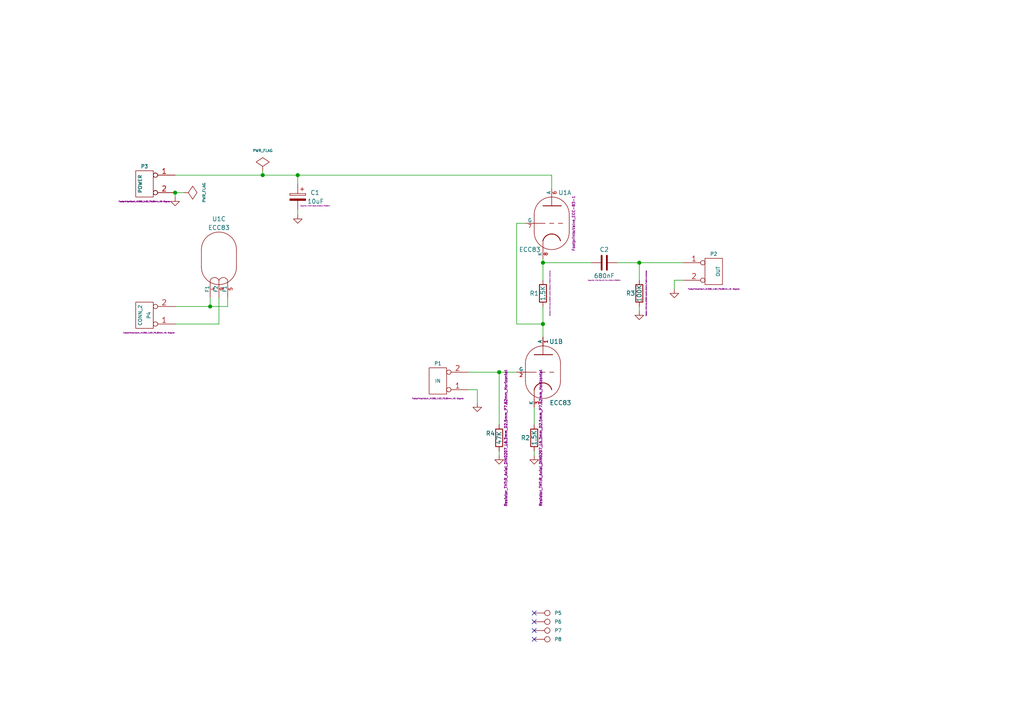
<source format=kicad_sch>
(kicad_sch (version 20231120) (generator "eeschema") (generator_version "8.0")
  (paper "A4")
  (title_block (title "ECC Push-Pull") (date "Sat 21 Mar 2015") (rev "0.1"))
  (lib_symbols
    (symbol "ecc83_schlib:C" (pin_numbers hide) (pin_names (offset 0.254))
      (property "Reference" "C" (at 0.635 2.54 0))
      (property "Value" "C" (at 0.635 -2.54 0))
      (symbol "C_0_1"
        (polyline (pts (xy -2.032 -0.762) (xy 2.032 -0.762)) (stroke (width 0.508)))
        (polyline (pts (xy -2.032 0.762) (xy 2.032 0.762)) (stroke (width 0.508)))
      )
      (symbol "C_1_1"
        (pin passive line (at 0 3.81 270) (length 2.794) (name "~") (number "1"))
        (pin passive line (at 0 -3.81 90) (length 2.794) (name "~") (number "2"))
      )
    )
    (symbol "ecc83_schlib:CONN_1" (pin_numbers hide) (pin_names (offset 0.762) hide)
      (property "Reference" "P" (at 2.032 0 0))
      (property "Footprint" "MountingHole:MountingHole_3.2mm_M3_DIN965_Pad" (at 0 -1.27 0))
      (symbol "CONN_1_0_1"
        (polyline (pts (xy -0.762 0) (xy -1.27 0)))
        (circle (center 0 0) (radius 0.7874))
      )
      (symbol "CONN_1_1_1"
        (pin passive line (at -3.81 0 0) (length 2.54) (name "1") (number "1"))
      )
    )
    (symbol "ecc83_schlib:CONN_2" (pin_names (offset 1.016) hide)
      (property "Reference" "P" (at -1.27 0 90))
      (property "Value" "CONN_2" (at 1.27 0 90))
      (symbol "CONN_2_0_1"
        (rectangle (start -2.54 3.81) (end 2.54 -3.81))
      )
      (symbol "CONN_2_1_1"
        (pin passive inverted (at -8.89 2.54 0) (length 6.35) (name "P1") (number "1"))
        (pin passive inverted (at -8.89 -2.54 0) (length 6.35) (name "PM") (number "2"))
      )
    )
    (symbol "ecc83_schlib:CP" (pin_numbers hide) (pin_names (offset 0.254))
      (property "Reference" "C" (at 0.635 2.54 0))
      (property "Value" "CP" (at 0.635 -2.54 0))
      (symbol "CP_0_1"
        (rectangle (start -2.286 0.508) (end -2.286 1.016))
        (rectangle (start -2.286 0.508) (end 2.286 0.508))
        (polyline (pts (xy -1.778 2.286) (xy -0.762 2.286)))
        (polyline (pts (xy -1.27 2.794) (xy -1.27 1.778)))
        (rectangle (start 2.286 -0.508) (end -2.286 -1.016) (fill (type outline)))
        (rectangle (start 2.286 1.016) (end -2.286 1.016))
        (rectangle (start 2.286 1.016) (end 2.286 0.508))
      )
      (symbol "CP_1_1"
        (pin passive line (at 0 3.81 270) (length 2.794) (name "~") (number "1"))
        (pin passive line (at 0 -3.81 90) (length 2.794) (name "~") (number "2"))
      )
    )
    (symbol "ecc83_schlib:ECC83" (pin_names (offset 0))
      (property "Reference" "U" (at 3.302 7.874 0))
      (property "Value" "ECC83" (at 8.89 -7.62 0))
      (symbol "ECC83_0_1"
        (arc (start -5.08 -2.54) (mid 0 -7.5979) (end 5.08 -2.54))
        (polyline (pts (xy 5.08 2.54) (xy 5.08 -2.54)))
        (polyline (pts (xy -5.08 2.54) (xy -5.08 -2.54) (xy -5.08 -2.54)))
        (arc (start 5.08 2.54) (mid 0 7.5979) (end -5.08 2.54))
      )
      (symbol "ECC83_1_0"
        (polyline (pts (xy -2.54 -5.08) (xy -2.54 -7.62)))
        (polyline (pts (xy 0 5.08) (xy 0 7.62)))
      )
      (symbol "ECC83_1_1"
        (polyline (pts (xy -5.08 0) (xy -3.175 0)))
        (polyline (pts (xy -1.905 0) (xy -3.175 0)) (stroke (width 0.1524)))
        (polyline (pts (xy -0.635 0) (xy 0.635 0)) (stroke (width 0.1524)))
        (polyline (pts (xy 1.905 0) (xy 3.175 0)) (stroke (width 0.1524)))
        (polyline (pts (xy -2.54 5.08) (xy 2.794 5.08) (xy 2.794 5.08)) (stroke (width 0.254)))
        (arc (start 2.54 -5.08) (mid 0 -3.0968) (end -2.54 -5.08) (stroke (width 0.254)))
        (pin passive line (at 0 10.16 270) (length 2.54) (name "A") (number "6"))
        (pin input line (at -7.62 0 0) (length 2.54) (name "G") (number "7"))
        (pin passive line (at -2.54 -10.16 90) (length 2.54) (name "K") (number "8"))
      )
      (symbol "ECC83_2_0"
        (polyline (pts (xy -2.54 -5.08) (xy -2.54 -7.62)))
        (polyline (pts (xy 0 5.08) (xy 0 7.62)))
      )
      (symbol "ECC83_2_1"
        (polyline (pts (xy -5.08 0) (xy -3.175 0)))
        (polyline (pts (xy -1.905 0) (xy -3.175 0)) (stroke (width 0.1524)))
        (polyline (pts (xy -0.635 0) (xy 0.635 0)) (stroke (width 0.1524)))
        (polyline (pts (xy 1.905 0) (xy 3.175 0)) (stroke (width 0.1524)))
        (polyline (pts (xy -2.54 5.08) (xy 2.794 5.08) (xy 2.794 5.08)) (stroke (width 0.254)))
        (arc (start 2.54 -5.08) (mid 0 -3.0968) (end -2.54 -5.08) (stroke (width 0.254)))
        (pin passive line (at 0 10.16 270) (length 2.54) (name "A") (number "1"))
        (pin input line (at -7.62 0 0) (length 2.54) (name "G") (number "2"))
        (pin passive line (at -2.54 -10.16 90) (length 2.54) (name "K") (number "3"))
      )
      (symbol "ECC83_3_1"
        (arc (start 0 -6.35) (mid -1.27 -5.5651) (end -2.54 -6.35))
        (arc (start 2.54 -6.35) (mid 1.27 -5.5651) (end 0 -6.35))
        (pin input line (at -2.54 -11.43 90) (length 5.08) (name "F1") (number "4"))
        (pin input line (at 2.54 -11.43 90) (length 5.08) (name "F1") (number "5"))
        (pin input line (at 0 -11.43 90) (length 5.08) (name "F2") (number "9"))
      )
    )
    (symbol "ecc83_schlib:GND" (power) (pin_names (offset 0))
      (property "Value" "GND" (at 0 -3.81 0))
      (symbol "GND_0_1"
        (polyline (pts (xy 0 0) (xy 0 -1.27) (xy 1.27 -1.27) (xy 0 -2.54) (xy -1.27 -1.27) (xy 0 -1.27)))
      )
      (symbol "GND_1_1"
        (pin power_in line (at 0 0 270) (length 0) hide (name "GND") (number "1"))
      )
    )
    (symbol "ecc83_schlib:PWR_FLAG" (power) (pin_numbers hide) (pin_names (offset 0) hide)
      (property "Value" "PWR_FLAG" (at 0 4.572 0))
      (symbol "PWR_FLAG_0_0"
        (pin power_out line (at 0 0 90) (length 0) (name "pwr") (number "1"))
      )
      (symbol "PWR_FLAG_0_1"
        (polyline (pts (xy 0 0) (xy 0 1.27) (xy -1.905 2.54) (xy 0 3.81) (xy 1.905 2.54) (xy 0 1.27)))
      )
    )
    (symbol "ecc83_schlib:R" (pin_numbers hide) (pin_names (offset 0))
      (property "Reference" "R" (at 2.032 0 90))
      (property "Value" "R" (at 0 0 90))
      (symbol "R_0_1"
        (rectangle (start -1.016 -2.54) (end 1.016 2.54) (stroke (width 0.254)))
      )
      (symbol "R_1_1"
        (pin passive line (at 0 3.81 270) (length 1.27) (name "~") (number "1"))
        (pin passive line (at 0 -3.81 90) (length 1.27) (name "~") (number "2"))
      )
    )
  )
  (junction (at 76.2 50.8) (diameter 1.016))
  (junction (at 185.42 76.2) (diameter 1.016))
  (junction (at 86.36 50.8) (diameter 1.016))
  (junction (at 60.96 88.9) (diameter 1.016))
  (junction (at 144.78 107.95) (diameter 1.016))
  (junction (at 50.8 55.88) (diameter 1.016))
  (junction (at 157.48 93.98) (diameter 1.016))
  (junction (at 157.48 76.2) (diameter 1.016))
  (no_connect (at 154.94 177.8))
  (no_connect (at 154.94 180.34))
  (no_connect (at 154.94 185.42))
  (no_connect (at 154.94 182.88))
  (wire (pts (xy 185.42 76.2) (xy 198.12 76.2)))
  (wire (pts (xy 198.12 81.28) (xy 195.58 81.28)))
  (wire (pts (xy 86.36 53.34) (xy 86.36 50.8)))
  (wire (pts (xy 195.58 81.28) (xy 195.58 83.82)))
  (wire (pts (xy 138.43 116.84) (xy 138.43 113.03)))
  (wire (pts (xy 144.78 107.95) (xy 144.78 123.19)))
  (wire (pts (xy 50.8 57.15) (xy 50.8 55.88)))
  (wire (pts (xy 157.48 76.2) (xy 157.48 81.28)))
  (wire (pts (xy 149.86 64.77) (xy 149.86 93.98)))
  (wire (pts (xy 185.42 76.2) (xy 185.42 81.28)))
  (wire (pts (xy 86.36 50.8) (xy 160.02 50.8)))
  (wire (pts (xy 50.8 50.8) (xy 76.2 50.8)))
  (wire (pts (xy 171.45 76.2) (xy 157.48 76.2)))
  (wire (pts (xy 138.43 113.03) (xy 135.89 113.03)))
  (wire (pts (xy 179.07 76.2) (xy 185.42 76.2)))
  (wire (pts (xy 60.96 88.9) (xy 60.96 86.36)))
  (wire (pts (xy 76.2 49.53) (xy 76.2 50.8)))
  (wire (pts (xy 157.48 74.93) (xy 157.48 76.2)))
  (wire (pts (xy 63.5 93.98) (xy 50.8 93.98)))
  (wire (pts (xy 86.36 62.23) (xy 86.36 60.96)))
  (wire (pts (xy 53.34 55.88) (xy 50.8 55.88)))
  (wire (pts (xy 63.5 86.36) (xy 63.5 93.98)))
  (wire (pts (xy 50.8 88.9) (xy 60.96 88.9)))
  (wire (pts (xy 149.86 93.98) (xy 157.48 93.98)))
  (wire (pts (xy 157.48 93.98) (xy 157.48 97.79)))
  (wire (pts (xy 135.89 107.95) (xy 144.78 107.95)))
  (wire (pts (xy 160.02 50.8) (xy 160.02 54.61)))
  (wire (pts (xy 154.94 130.81) (xy 154.94 132.08)))
  (wire (pts (xy 152.4 64.77) (xy 149.86 64.77)))
  (wire (pts (xy 157.48 88.9) (xy 157.48 93.98)))
  (wire (pts (xy 144.78 130.81) (xy 144.78 132.08)))
  (wire (pts (xy 76.2 50.8) (xy 86.36 50.8)))
  (wire (pts (xy 66.04 88.9) (xy 66.04 86.36)))
  (wire (pts (xy 154.94 118.11) (xy 154.94 123.19)))
  (wire (pts (xy 185.42 90.17) (xy 185.42 88.9)))
  (wire (pts (xy 60.96 88.9) (xy 66.04 88.9)))
  (wire (pts (xy 144.78 107.95) (xy 149.86 107.95)))
  (symbol (lib_id "ecc83_schlib:R") (at 157.48 85.09 180) (unit 1)
    (property "Reference" "R1" (at 154.94 85.09 0))
    (property "Value" "1.5K" (at 157.48 85.09 90))
    (property "Footprint" "Resistor_THT:R_Axial_DIN0207_L6.3mm_D2.5mm_P7.62mm_Horizontal" (at 159.512 85.0392 90) (effects (font (size 0.254 0.254))))
  )
  (symbol (lib_id "ecc83_schlib:R") (at 154.94 127 0) (unit 1)
    (property "Reference" "R2" (at 152.4 127 0))
    (property "Value" "1.5K" (at 154.94 127 90))
    (property "Footprint" "Resistor_THT:R_Axial_DIN0207_L6.3mm_D2.5mm_P7.62mm_Horizontal" (at 156.8196 127 90) (effects (font (size 0.762 0.762))))
  )
  (symbol (lib_id "ecc83_schlib:R") (at 144.78 127 0) (unit 1)
    (property "Reference" "R4" (at 142.24 125.73 0))
    (property "Value" "47K" (at 144.78 127 90))
    (property "Footprint" "Resistor_THT:R_Axial_DIN0207_L6.3mm_D2.5mm_P7.62mm_Horizontal" (at 146.7104 127.0508 90) (effects (font (size 0.762 0.762))))
  )
  (symbol (lib_id "ecc83_schlib:R") (at 185.42 85.09 0) (unit 1)
    (property "Reference" "R3" (at 182.88 85.09 0))
    (property "Value" "100K" (at 185.42 85.09 90))
    (property "Footprint" "Resistor_THT:R_Axial_DIN0207_L6.3mm_D2.5mm_P7.62mm_Horizontal" (at 187.4266 85.09 90) (effects (font (size 0.254 0.254))))
  )
  (symbol (lib_id "ecc83_schlib:C") (at 175.26 76.2 270) (unit 1)
    (property "Reference" "C2" (at 175.26 72.39 90))
    (property "Value" "680nF" (at 175.26 80.01 90))
    (property "Footprint" "Capacitor_THT:C_Disc_D4.7mm_W2.5mm_P5.00mm" (at 175.26 81.28 90) (effects (font (size 0.254 0.254))))
  )
  (symbol (lib_id "ecc83_schlib:CONN_2") (at 127 110.49 180) (unit 1)
    (property "Reference" "P1" (at 127 105.41 0) (effects (font (size 1.016 1.016))))
    (property "Value" "IN" (at 127 110.49 0) (effects (font (size 1.016 1.016))))
    (property "Footprint" "Footprints:Altech_AK300_1x02_P5.00mm_45-Degree" (at 127 115.57 0) (effects (font (size 0.381 0.381))))
  )
  (symbol (lib_id "ecc83_schlib:CONN_2") (at 207.01 78.74 0) (unit 1)
    (property "Reference" "P2" (at 207.01 73.66 0) (effects (font (size 1.016 1.016))))
    (property "Value" "OUT" (at 208.28 78.74 90) (effects (font (size 1.016 1.016))))
    (property "Footprint" "Footprints:Altech_AK300_1x02_P5.00mm_45-Degree" (at 207.01 83.82 0) (effects (font (size 0.381 0.381))))
  )
  (symbol (lib_id "ecc83_schlib:CONN_2") (at 41.91 53.34 0) (mirror y) (unit 1)
    (property "Reference" "P3" (at 41.91 48.26 0) (effects (font (size 1.016 1.016))))
    (property "Value" "POWER" (at 40.64 53.34 90) (effects (font (size 1.016 1.016))))
    (property "Footprint" "Footprints:Altech_AK300_1x02_P5.00mm_45-Degree" (at 41.91 58.42 0) (effects (font (size 0.381 0.381))))
  )
  (symbol (lib_id "ecc83_schlib:CP") (at 86.36 57.15 0) (mirror y) (unit 1)
    (property "Reference" "C1" (at 92.71 55.88 0) (effects (justify left)))
    (property "Value" "10uF" (at 93.98 58.42 0) (effects (justify left)))
    (property "Footprint" "Capacitor_THT:CP_Radial_D10.0mm_P5.00mm" (at 91.44 59.69 0) (effects (font (size 0.254 0.254))))
  )
  (symbol (lib_id "ecc83_schlib:CONN_2") (at 41.91 91.44 180) (unit 1)
    (property "Reference" "P4" (at 43.18 91.44 90) (effects (font (size 1.016 1.016))))
    (property "Value" "CONN_2" (at 40.64 91.44 90) (effects (font (size 1.016 1.016))))
    (property "Footprint" "Footprints:Altech_AK300_1x02_P5.00mm_45-Degree" (at 43.18 96.52 0) (effects (font (size 0.381 0.381))))
  )
  (symbol (lib_id "ecc83_schlib:PWR_FLAG") (at 53.34 55.88 270) (unit 1)
    (property "Reference" "#FLG05" (effects (hide yes)))
    (property "Value" "PWR_FLAG" (at 59.182 55.88 0) (effects (font (size 0.762 0.762))))
  )
  (symbol (lib_id "ecc83_schlib:GND") (at 144.78 132.08 0) (unit 1)
    (property "Reference" "#PWR04" (effects (hide yes)))
    (property "Value" "GND" (effects (hide yes)))
  )
  (symbol (lib_id "ecc83_schlib:GND") (at 154.94 132.08 0) (unit 1)
    (property "Reference" "#PWR03" (effects (hide yes)))
    (property "Value" "GND" (effects (hide yes)))
  )
  (symbol (lib_id "ecc83_schlib:GND") (at 185.42 90.17 0) (unit 1)
    (property "Reference" "#PWR02" (effects (hide yes)))
    (property "Value" "GND" (effects (hide yes)))
  )
  (symbol (lib_id "ecc83_schlib:GND") (at 195.58 83.82 0) (unit 1)
    (property "Reference" "#PWR01" (effects (hide yes)))
    (property "Value" "GND" (effects (hide yes)))
  )
  (symbol (lib_id "ecc83_schlib:ECC83") (at 160.02 64.77 0) (unit 1)
    (property "Reference" "U1" (at 163.83 55.88 0))
    (property "Value" "ECC83" (at 153.67 72.39 0))
    (property "Footprint" "Footprints:Valve_ECC-83-1" (at 166.37 64.77 90) (effects (font (size 0.762 0.762))))
  )
  (symbol (lib_id "ecc83_schlib:ECC83") (at 157.48 107.95 0) (unit 2)
    (property "Reference" "U1" (at 161.29 99.06 0))
    (property "Value" "ECC83" (at 162.56 116.84 0))
    (property "Footprint" "Footprints:Valve_ECC-83-1" (effects (hide yes)))
  )
  (symbol (lib_id "ecc83_schlib:ECC83") (at 63.5 74.93 0) (unit 3)
    (property "Reference" "U1" (at 63.5 63.5 0))
    (property "Value" "ECC83" (at 63.5 66.04 0))
    (property "Footprint" "Footprints:Valve_ECC-83-1" (effects (hide yes)))
  )
  (symbol (lib_id "ecc83_schlib:GND") (at 86.36 62.23 0) (mirror y) (unit 1)
    (property "Reference" "#PWR06" (effects (hide yes)))
    (property "Value" "GND" (effects (hide yes)))
  )
  (symbol (lib_id "ecc83_schlib:CONN_1") (at 158.75 177.8 0) (unit 1) (exclude_from_sim yes) (in_bom no)
    (property "Reference" "P5" (at 160.782 177.8 0) (effects (font (size 1.016 1.016)) (justify left)))
    (property "Value" "MOUNTING_HOLE" (effects (hide yes)))
    (property "Footprint" "Footprints:MountingHole_3.2mm_M3_DIN965_Pad" (effects (hide yes)))
  )
  (symbol (lib_id "ecc83_schlib:CONN_1") (at 158.75 180.34 0) (unit 1) (exclude_from_sim yes) (in_bom no)
    (property "Reference" "P6" (at 160.782 180.34 0) (effects (font (size 1.016 1.016)) (justify left)))
    (property "Value" "MOUNTING_HOLE" (effects (hide yes)))
    (property "Footprint" "Footprints:MountingHole_3.2mm_M3_DIN965_Pad" (effects (hide yes)))
  )
  (symbol (lib_id "ecc83_schlib:CONN_1") (at 158.75 182.88 0) (unit 1) (exclude_from_sim yes) (in_bom no)
    (property "Reference" "P7" (at 160.782 182.88 0) (effects (font (size 1.016 1.016)) (justify left)))
    (property "Value" "MOUNTING_HOLE" (effects (hide yes)))
    (property "Footprint" "Footprints:MountingHole_3.2mm_M3_DIN965_Pad" (effects (hide yes)))
  )
  (symbol (lib_id "ecc83_schlib:CONN_1") (at 158.75 185.42 0) (unit 1) (exclude_from_sim yes) (in_bom no)
    (property "Reference" "P8" (at 160.782 185.42 0) (effects (font (size 1.016 1.016)) (justify left)))
    (property "Value" "MOUNTING_HOLE" (effects (hide yes)))
    (property "Footprint" "Footprints:MountingHole_3.2mm_M3_DIN965_Pad" (effects (hide yes)))
  )
  (symbol (lib_id "ecc83_schlib:PWR_FLAG") (at 76.2 49.53 0) (unit 1)
    (property "Reference" "#FLG07" (effects (hide yes)))
    (property "Value" "PWR_FLAG" (at 76.2 43.688 0) (effects (font (size 0.762 0.762))))
  )
  (symbol (lib_id "ecc83_schlib:GND") (at 50.8 57.15 0) (mirror y) (unit 1)
    (property "Reference" "#PWR08" (effects (hide yes)))
    (property "Value" "GND" (effects (hide yes)))
  )
  (symbol (lib_id "ecc83_schlib:GND") (at 138.43 116.84 0) (unit 1)
    (property "Reference" "#PWR09" (effects (hide yes)))
    (property "Value" "GND" (effects (hide yes)))
  )
)
</source>
